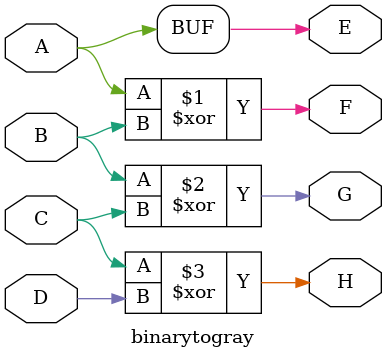
<source format=v>
module binarytogray(A,B,C,D,E,F,G,H);
input A,B,C,D;
output E,F,G,H;
assign E=A;
xor x1(F,A,B);
xor x2(G,B,C);
xor x3(H,C,D);
endmodule

</source>
